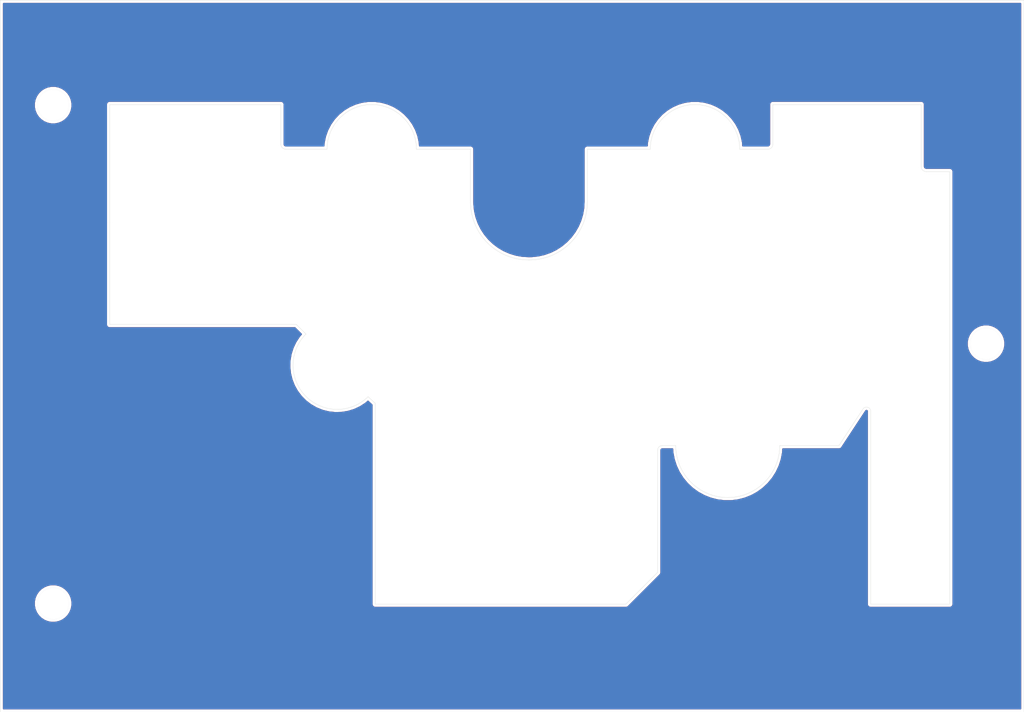
<source format=kicad_pcb>
(kicad_pcb (version 20171130) (host pcbnew "(5.1.5-0-10_14)")

  (general
    (thickness 1.6)
    (drawings 53)
    (tracks 0)
    (zones 0)
    (modules 0)
    (nets 1)
  )

  (page A4)
  (layers
    (0 F.Cu signal)
    (31 B.Cu signal)
    (32 B.Adhes user)
    (33 F.Adhes user)
    (34 B.Paste user)
    (35 F.Paste user)
    (36 B.SilkS user)
    (37 F.SilkS user)
    (38 B.Mask user)
    (39 F.Mask user)
    (40 Dwgs.User user)
    (41 Cmts.User user)
    (42 Eco1.User user)
    (43 Eco2.User user)
    (44 Edge.Cuts user)
    (45 Margin user)
    (46 B.CrtYd user)
    (47 F.CrtYd user)
    (48 B.Fab user)
    (49 F.Fab user)
  )

  (setup
    (last_trace_width 0.25)
    (trace_clearance 0.2)
    (zone_clearance 0.508)
    (zone_45_only no)
    (trace_min 0.1)
    (via_size 0.8)
    (via_drill 0.4)
    (via_min_size 0.6)
    (via_min_drill 0.3)
    (uvia_size 0.3)
    (uvia_drill 0.1)
    (uvias_allowed no)
    (uvia_min_size 0.2)
    (uvia_min_drill 0.1)
    (edge_width 0.05)
    (segment_width 0.2)
    (pcb_text_width 0.3)
    (pcb_text_size 1.5 1.5)
    (mod_edge_width 0.12)
    (mod_text_size 1 1)
    (mod_text_width 0.15)
    (pad_size 1.524 1.524)
    (pad_drill 0.762)
    (pad_to_mask_clearance 0.051)
    (solder_mask_min_width 0.25)
    (aux_axis_origin 0 0)
    (visible_elements FFFFFF7F)
    (pcbplotparams
      (layerselection 0x010fc_ffffffff)
      (usegerberextensions false)
      (usegerberattributes false)
      (usegerberadvancedattributes false)
      (creategerberjobfile false)
      (excludeedgelayer true)
      (linewidth 0.050000)
      (plotframeref false)
      (viasonmask false)
      (mode 1)
      (useauxorigin true)
      (hpglpennumber 1)
      (hpglpenspeed 20)
      (hpglpendiameter 15.000000)
      (psnegative false)
      (psa4output false)
      (plotreference true)
      (plotvalue true)
      (plotinvisibletext false)
      (padsonsilk false)
      (subtractmaskfromsilk false)
      (outputformat 1)
      (mirror false)
      (drillshape 0)
      (scaleselection 1)
      (outputdirectory "Gerbers-Neg-Rev.B/"))
  )

  (net 0 "")

  (net_class Default "This is the default net class."
    (clearance 0.2)
    (trace_width 0.25)
    (via_dia 0.8)
    (via_drill 0.4)
    (uvia_dia 0.3)
    (uvia_drill 0.1)
  )

  (net_class "6V Power" ""
    (clearance 0.5)
    (trace_width 2)
    (via_dia 2)
    (via_drill 1)
    (uvia_dia 0.3)
    (uvia_drill 0.1)
  )

  (net_class LED ""
    (clearance 0.5)
    (trace_width 2)
    (via_dia 2)
    (via_drill 1)
    (uvia_dia 0.3)
    (uvia_drill 0.1)
  )

  (gr_text Bottom (at 149.5 149) (layer B.Mask)
    (effects (font (size 3 3) (thickness 0.5)) (justify mirror))
  )
  (gr_text "Erno\nCrystal Counter Controller" (at 87 148.2) (layer F.Mask)
    (effects (font (size 3 3) (thickness 0.6)))
  )
  (gr_arc (start 214.7 101.1) (end 215.5 101) (angle -137.3373059) (layer Edge.Cuts) (width 0.05))
  (gr_arc (start 226.2 54) (end 225.2 54) (angle -90) (layer Edge.Cuts) (width 0.05) (tstamp 5E22FC4C))
  (gr_arc (start 195.7 49.7) (end 195.7 50.7) (angle -90) (layer Edge.Cuts) (width 0.05) (tstamp 5E22FC2D))
  (gr_arc (start 103 49.7) (end 102 49.7) (angle -90) (layer Edge.Cuts) (width 0.05))
  (gr_circle (center 237.7 88.1) (end 240.7 88.1) (layer Edge.Cuts) (width 0.01) (tstamp 5E22F36C))
  (gr_circle (center 58.2 138.1) (end 61.2 138.1) (layer Edge.Cuts) (width 0.01) (tstamp 5E233A7B))
  (gr_circle (center 58.2 42.2) (end 61.2 42.2) (layer Edge.Cuts) (width 0.01))
  (gr_line (start 48 22) (end 69 22) (layer Edge.Cuts) (width 0.05))
  (gr_line (start 48 159) (end 48 22) (layer Edge.Cuts) (width 0.05))
  (gr_line (start 245 159) (end 48 159) (layer Edge.Cuts) (width 0.05))
  (gr_line (start 245 22) (end 245 159) (layer Edge.Cuts) (width 0.05))
  (gr_line (start 69 22) (end 245 22) (layer Edge.Cuts) (width 0.05))
  (gr_line (start 118.8 98.3) (end 120.2 99.6) (layer Edge.Cuts) (width 0.05) (tstamp 5E224F02))
  (gr_arc (start 112.853331 92.247141) (end 106.853332 86.247142) (angle -179.4929709) (layer Edge.Cuts) (width 0.05))
  (gr_line (start 128.1 50.7) (end 138.5 50.7) (layer Edge.Cuts) (width 0.05) (tstamp 5E224EBD))
  (gr_arc (start 119.5 50.7) (end 128.1 50.7) (angle -180) (layer Edge.Cuts) (width 0.05) (tstamp 5E224E84))
  (gr_line (start 190.3 50.7) (end 195.7 50.7) (layer Edge.Cuts) (width 0.05) (tstamp 5E224E4E))
  (gr_arc (start 181.7 50.7) (end 190.3 50.7) (angle -180) (layer Edge.Cuts) (width 0.05))
  (gr_line (start 178 107.7) (end 175.4 107.7) (layer Edge.Cuts) (width 0.05) (tstamp 5E224DFF))
  (gr_arc (start 188 107.7) (end 178 107.7) (angle -180) (layer Edge.Cuts) (width 0.05))
  (gr_line (start 161 58.1) (end 161 60.8) (layer Edge.Cuts) (width 0.05) (tstamp 5E224B9C))
  (gr_line (start 149.7 72) (end 149.8 72) (layer Edge.Cuts) (width 0.05) (tstamp 5E224B8E))
  (gr_arc (start 149.8 60.8) (end 149.8 72) (angle -90) (layer Edge.Cuts) (width 0.05) (tstamp 5E224B7D))
  (gr_arc (start 149.7 60.8) (end 138.5 60.8) (angle -90) (layer Edge.Cuts) (width 0.05))
  (gr_line (start 161 50.7) (end 161 58.1) (layer Edge.Cuts) (width 0.05))
  (gr_line (start 173.1 50.7) (end 161 50.7) (layer Edge.Cuts) (width 0.05))
  (gr_line (start 196.7 42.1) (end 196.7 49.7) (layer Edge.Cuts) (width 0.05))
  (gr_line (start 225.2 42.1) (end 196.7 42.1) (layer Edge.Cuts) (width 0.05))
  (gr_line (start 225.2 54) (end 225.2 42.1) (layer Edge.Cuts) (width 0.05))
  (gr_line (start 230.7 55) (end 226.2 55) (layer Edge.Cuts) (width 0.05))
  (gr_line (start 230.7 65.4) (end 230.7 55) (layer Edge.Cuts) (width 0.05))
  (gr_line (start 230.7 138.2) (end 230.7 65.4) (layer Edge.Cuts) (width 0.05))
  (gr_line (start 215.5 138.2) (end 230.7 138.2) (layer Edge.Cuts) (width 0.05))
  (gr_line (start 215.5 101) (end 215.5 138.2) (layer Edge.Cuts) (width 0.05))
  (gr_line (start 209.4 107.7) (end 214.043947 100.631391) (layer Edge.Cuts) (width 0.05))
  (gr_line (start 198 107.7) (end 209.4 107.7) (layer Edge.Cuts) (width 0.05))
  (gr_line (start 174.5 132.1) (end 174.5 108.6) (layer Edge.Cuts) (width 0.05))
  (gr_line (start 168.4 138.2) (end 174.5 132.1) (layer Edge.Cuts) (width 0.05))
  (gr_line (start 120.2 138.2) (end 168.4 138.2) (layer Edge.Cuts) (width 0.05))
  (gr_line (start 120.2 107.8) (end 120.2 138.2) (layer Edge.Cuts) (width 0.05))
  (gr_line (start 120.2 99.6) (end 120.2 107.8) (layer Edge.Cuts) (width 0.05))
  (gr_line (start 105 84.4) (end 106.853332 86.247142) (layer Edge.Cuts) (width 0.05))
  (gr_line (start 104.9 84.4) (end 105 84.4) (layer Edge.Cuts) (width 0.05))
  (gr_line (start 69.1 84.4) (end 104.9 84.4) (layer Edge.Cuts) (width 0.05))
  (gr_line (start 69.1 64.8) (end 69.1 84.4) (layer Edge.Cuts) (width 0.05))
  (gr_line (start 69.1 42.1) (end 69.1 64.8) (layer Edge.Cuts) (width 0.05))
  (gr_line (start 138.5 50.7) (end 138.5 60.8) (layer Edge.Cuts) (width 0.05))
  (gr_line (start 103 50.7) (end 110.9 50.7) (layer Edge.Cuts) (width 0.05))
  (gr_line (start 102 42.1) (end 102 49.7) (layer Edge.Cuts) (width 0.05))
  (gr_line (start 69.1 42.1) (end 102 42.1) (layer Edge.Cuts) (width 0.05))
  (gr_arc (start 175.4 108.6) (end 175.4 107.7) (angle -90) (layer Edge.Cuts) (width 0.05))

  (zone (net 0) (net_name "") (layer F.Cu) (tstamp 5E22FE23) (hatch edge 0.508)
    (connect_pads (clearance 0.508))
    (min_thickness 0.254)
    (fill yes (arc_segments 32) (thermal_gap 0.508) (thermal_bridge_width 0.508))
    (polygon
      (pts
        (xy 245 159) (xy 48 159) (xy 48 22) (xy 245 22)
      )
    )
    (filled_polygon
      (pts
        (xy 244.340001 158.34) (xy 48.66 158.34) (xy 48.66 137.741257) (xy 54.557624 137.741257) (xy 54.557624 138.458743)
        (xy 54.697598 139.162442) (xy 54.972168 139.825312) (xy 55.370782 140.421879) (xy 55.878121 140.929218) (xy 56.474688 141.327832)
        (xy 57.137558 141.602402) (xy 57.841257 141.742376) (xy 58.558743 141.742376) (xy 59.262442 141.602402) (xy 59.925312 141.327832)
        (xy 60.521879 140.929218) (xy 61.029218 140.421879) (xy 61.427832 139.825312) (xy 61.702402 139.162442) (xy 61.842376 138.458743)
        (xy 61.842376 137.741257) (xy 61.702402 137.037558) (xy 61.427832 136.374688) (xy 61.029218 135.778121) (xy 60.521879 135.270782)
        (xy 59.925312 134.872168) (xy 59.262442 134.597598) (xy 58.558743 134.457624) (xy 57.841257 134.457624) (xy 57.137558 134.597598)
        (xy 56.474688 134.872168) (xy 55.878121 135.270782) (xy 55.370782 135.778121) (xy 54.972168 136.374688) (xy 54.697598 137.037558)
        (xy 54.557624 137.741257) (xy 48.66 137.741257) (xy 48.66 41.841257) (xy 54.557624 41.841257) (xy 54.557624 42.558743)
        (xy 54.697598 43.262442) (xy 54.972168 43.925312) (xy 55.370782 44.521879) (xy 55.878121 45.029218) (xy 56.474688 45.427832)
        (xy 57.137558 45.702402) (xy 57.841257 45.842376) (xy 58.558743 45.842376) (xy 59.262442 45.702402) (xy 59.925312 45.427832)
        (xy 60.521879 45.029218) (xy 61.029218 44.521879) (xy 61.427832 43.925312) (xy 61.702402 43.262442) (xy 61.842376 42.558743)
        (xy 61.842376 42.1) (xy 68.436807 42.1) (xy 68.44 42.132419) (xy 68.440001 64.767572) (xy 68.44 64.767582)
        (xy 68.440001 84.367571) (xy 68.436807 84.4) (xy 68.44955 84.529383) (xy 68.48729 84.653793) (xy 68.548575 84.76845)
        (xy 68.631052 84.868948) (xy 68.73155 84.951425) (xy 68.846207 85.01271) (xy 68.970617 85.05045) (xy 69.067581 85.06)
        (xy 69.1 85.063193) (xy 69.132419 85.06) (xy 104.727266 85.06) (xy 105.950042 86.278692) (xy 105.588181 86.694862)
        (xy 105.5632 86.727884) (xy 105.537831 86.760699) (xy 105.534016 86.766462) (xy 104.901868 87.732226) (xy 104.881564 87.768396)
        (xy 104.860919 87.804289) (xy 104.857921 87.810516) (xy 104.362692 88.853137) (xy 104.347489 88.891718) (xy 104.331903 88.930089)
        (xy 104.329783 88.936652) (xy 104.329777 88.936666) (xy 104.329774 88.93668) (xy 103.98063 90.036851) (xy 103.970818 90.077076)
        (xy 103.960568 90.11727) (xy 103.959359 90.124055) (xy 103.959355 90.124073) (xy 103.959353 90.12409) (xy 103.762751 91.261464)
        (xy 103.758491 91.30264) (xy 103.753789 91.343862) (xy 103.753511 91.350768) (xy 103.713087 92.504318) (xy 103.714456 92.545755)
        (xy 103.715391 92.587169) (xy 103.716051 92.594033) (xy 103.716052 92.594049) (xy 103.716054 92.594063) (xy 103.832557 93.742412)
        (xy 103.839531 93.783245) (xy 103.846083 93.824184) (xy 103.847669 93.830895) (xy 103.847672 93.83091) (xy 103.847676 93.830924)
        (xy 104.11895 94.952836) (xy 104.131396 94.992328) (xy 104.143449 95.032016) (xy 104.145932 95.03845) (xy 104.145936 95.038464)
        (xy 104.145942 95.038476) (xy 104.566967 96.113195) (xy 104.584653 96.150623) (xy 104.601985 96.188317) (xy 104.605325 96.194368)
        (xy 105.168317 97.202014) (xy 105.190939 97.236726) (xy 105.213207 97.271689) (xy 105.217332 97.277223) (xy 105.217337 97.277231)
        (xy 105.217343 97.277238) (xy 105.911873 98.199146) (xy 105.938985 98.230453) (xy 105.965803 98.262084) (xy 105.970647 98.267014)
        (xy 106.783876 99.086142) (xy 106.814986 99.113479) (xy 106.84585 99.141179) (xy 106.851318 99.145406) (xy 107.768191 99.846586)
        (xy 107.802741 99.86946) (xy 107.83706 99.892702) (xy 107.843051 99.896148) (xy 108.846603 100.466407) (xy 108.883932 100.484378)
        (xy 108.921094 100.50275) (xy 108.927484 100.505345) (xy 108.927497 100.505351) (xy 108.92751 100.505355) (xy 109.999156 100.934137)
        (xy 110.038614 100.946887) (xy 110.077891 100.960034) (xy 110.084587 100.961742) (xy 111.204525 101.241119) (xy 111.245307 101.248389)
        (xy 111.286044 101.256091) (xy 111.292911 101.256874) (xy 112.440402 101.381674) (xy 112.481799 101.383342) (xy 112.5232 101.385444)
        (xy 112.530109 101.385288) (xy 113.68392 101.353201) (xy 113.725178 101.349233) (xy 113.766464 101.345699) (xy 113.773288 101.344607)
        (xy 114.91207 101.156226) (xy 114.952421 101.146693) (xy 114.992832 101.137591) (xy 114.999445 101.135583) (xy 116.102124 100.794395)
        (xy 116.140789 100.779481) (xy 116.17961 100.764972) (xy 116.185881 100.762088) (xy 116.185888 100.762085) (xy 116.185894 100.762082)
        (xy 117.232061 100.274402) (xy 117.268311 100.254397) (xy 117.304836 100.234736) (xy 117.310665 100.231023) (xy 118.280972 99.605872)
        (xy 118.314218 99.581098) (xy 118.347691 99.556695) (xy 118.352963 99.552226) (xy 118.782358 99.184281) (xy 119.54 99.887806)
        (xy 119.540001 107.767572) (xy 119.54 107.767582) (xy 119.540001 138.167571) (xy 119.536807 138.2) (xy 119.54955 138.329383)
        (xy 119.58729 138.453793) (xy 119.648575 138.56845) (xy 119.731052 138.668948) (xy 119.83155 138.751425) (xy 119.946207 138.81271)
        (xy 120.070617 138.85045) (xy 120.167581 138.86) (xy 120.2 138.863193) (xy 120.232419 138.86) (xy 168.367591 138.86)
        (xy 168.4 138.863192) (xy 168.432409 138.86) (xy 168.432419 138.86) (xy 168.529383 138.85045) (xy 168.653793 138.81271)
        (xy 168.76845 138.751425) (xy 168.868948 138.668948) (xy 168.889616 138.643764) (xy 174.94377 132.589611) (xy 174.968948 132.568948)
        (xy 175.051425 132.46845) (xy 175.11271 132.353793) (xy 175.15045 132.229383) (xy 175.16 132.132419) (xy 175.16 132.132412)
        (xy 175.163192 132.1) (xy 175.16 132.067588) (xy 175.16 108.632276) (xy 175.167675 108.554001) (xy 175.181035 108.50975)
        (xy 175.202736 108.468937) (xy 175.231949 108.433117) (xy 175.267566 108.403653) (xy 175.30822 108.381672) (xy 175.352377 108.368003)
        (xy 175.428518 108.36) (xy 177.380218 108.36) (xy 177.420155 108.994773) (xy 177.430543 109.077003) (xy 177.665858 110.310571)
        (xy 177.68647 110.39085) (xy 177.686476 110.390864) (xy 178.074533 111.585182) (xy 178.074537 111.585197) (xy 178.105049 111.66226)
        (xy 178.639747 112.798551) (xy 178.679676 112.871183) (xy 178.679684 112.871194) (xy 179.352567 113.931487) (xy 179.352573 113.931499)
        (xy 179.401291 113.998553) (xy 180.201775 114.966171) (xy 180.258513 115.026591) (xy 180.258522 115.026598) (xy 181.173959 115.886251)
        (xy 181.237822 115.939084) (xy 181.237833 115.939091) (xy 182.253786 116.677224) (xy 182.253793 116.67723) (xy 182.298205 116.705415)
        (xy 182.323775 116.721642) (xy 182.323781 116.721645) (xy 183.424238 117.326627) (xy 183.42425 117.326634) (xy 183.499245 117.361924)
        (xy 184.666862 117.824216) (xy 184.666867 117.824218) (xy 184.745694 117.84983) (xy 185.962052 118.162138) (xy 186.043467 118.177669)
        (xy 187.289375 118.335063) (xy 187.372095 118.340267) (xy 188.627905 118.340267) (xy 188.710625 118.335063) (xy 189.956531 118.177669)
        (xy 189.956533 118.177669) (xy 190.037949 118.162138) (xy 191.254306 117.84983) (xy 191.333133 117.824218) (xy 191.333138 117.824216)
        (xy 192.50075 117.361926) (xy 192.500756 117.361924) (xy 192.536046 117.345317) (xy 192.57575 117.326634) (xy 192.575755 117.326631)
        (xy 193.676213 116.721648) (xy 193.676226 116.721642) (xy 193.719037 116.694472) (xy 193.746207 116.67723) (xy 193.746214 116.677224)
        (xy 194.762179 115.939083) (xy 194.826042 115.886251) (xy 194.826049 115.886243) (xy 195.741478 115.026598) (xy 195.741487 115.026591)
        (xy 195.798225 114.966171) (xy 196.598701 113.998562) (xy 196.598709 113.998553) (xy 196.647426 113.931499) (xy 197.320319 112.87119)
        (xy 197.320324 112.871183) (xy 197.360253 112.798551) (xy 197.894951 111.662261) (xy 197.925463 111.585197) (xy 197.925467 111.585182)
        (xy 198.313524 110.390864) (xy 198.31353 110.39085) (xy 198.334142 110.31057) (xy 198.569457 109.077003) (xy 198.579845 108.994773)
        (xy 198.619782 108.36) (xy 209.370164 108.36) (xy 209.405159 108.363172) (xy 209.467135 108.356581) (xy 209.529383 108.35045)
        (xy 209.531867 108.349697) (xy 209.534439 108.349423) (xy 209.59401 108.330845) (xy 209.653793 108.31271) (xy 209.656077 108.311489)
        (xy 209.658553 108.310717) (xy 209.713374 108.280863) (xy 209.76845 108.251425) (xy 209.770456 108.249779) (xy 209.772729 108.248541)
        (xy 209.820678 108.208562) (xy 209.868948 108.168948) (xy 209.870593 108.166943) (xy 209.872582 108.165285) (xy 209.911778 108.11676)
        (xy 209.951425 108.06845) (xy 209.967996 108.037447) (xy 214.570738 101.031557) (xy 214.601953 100.995821) (xy 214.624059 100.978759)
        (xy 214.649054 100.966318) (xy 214.675986 100.958969) (xy 214.703839 100.956991) (xy 214.731541 100.96046) (xy 214.758046 100.969245)
        (xy 214.782339 100.98301) (xy 214.803491 101.001228) (xy 214.820709 101.023216) (xy 214.833322 101.048119) (xy 214.84 101.071936)
        (xy 214.840001 138.167571) (xy 214.836807 138.2) (xy 214.84955 138.329383) (xy 214.88729 138.453793) (xy 214.948575 138.56845)
        (xy 215.031052 138.668948) (xy 215.13155 138.751425) (xy 215.246207 138.81271) (xy 215.370617 138.85045) (xy 215.467581 138.86)
        (xy 215.5 138.863193) (xy 215.532419 138.86) (xy 230.667581 138.86) (xy 230.7 138.863193) (xy 230.732419 138.86)
        (xy 230.829383 138.85045) (xy 230.953793 138.81271) (xy 231.06845 138.751425) (xy 231.168948 138.668948) (xy 231.251425 138.56845)
        (xy 231.31271 138.453793) (xy 231.35045 138.329383) (xy 231.363193 138.2) (xy 231.36 138.167581) (xy 231.36 87.741257)
        (xy 234.057624 87.741257) (xy 234.057624 88.458743) (xy 234.197598 89.162442) (xy 234.472168 89.825312) (xy 234.870782 90.421879)
        (xy 235.378121 90.929218) (xy 235.974688 91.327832) (xy 236.637558 91.602402) (xy 237.341257 91.742376) (xy 238.058743 91.742376)
        (xy 238.762442 91.602402) (xy 239.425312 91.327832) (xy 240.021879 90.929218) (xy 240.529218 90.421879) (xy 240.927832 89.825312)
        (xy 241.202402 89.162442) (xy 241.342376 88.458743) (xy 241.342376 87.741257) (xy 241.202402 87.037558) (xy 240.927832 86.374688)
        (xy 240.529218 85.778121) (xy 240.021879 85.270782) (xy 239.425312 84.872168) (xy 238.762442 84.597598) (xy 238.058743 84.457624)
        (xy 237.341257 84.457624) (xy 236.637558 84.597598) (xy 235.974688 84.872168) (xy 235.378121 85.270782) (xy 234.870782 85.778121)
        (xy 234.472168 86.374688) (xy 234.197598 87.037558) (xy 234.057624 87.741257) (xy 231.36 87.741257) (xy 231.36 55.032419)
        (xy 231.363193 55) (xy 231.35045 54.870617) (xy 231.31271 54.746207) (xy 231.251425 54.63155) (xy 231.168948 54.531052)
        (xy 231.06845 54.448575) (xy 230.953793 54.38729) (xy 230.829383 54.34955) (xy 230.732419 54.34) (xy 230.7 54.336807)
        (xy 230.667581 54.34) (xy 226.232279 54.34) (xy 226.134576 54.33042) (xy 226.071643 54.31142) (xy 226.013594 54.280554)
        (xy 225.962657 54.239011) (xy 225.920752 54.188356) (xy 225.889485 54.130529) (xy 225.870044 54.067728) (xy 225.86 53.972165)
        (xy 225.86 42.132419) (xy 225.863193 42.1) (xy 225.85045 41.970617) (xy 225.81271 41.846207) (xy 225.751425 41.73155)
        (xy 225.668948 41.631052) (xy 225.56845 41.548575) (xy 225.453793 41.48729) (xy 225.329383 41.44955) (xy 225.232419 41.44)
        (xy 225.2 41.436807) (xy 225.167581 41.44) (xy 196.732419 41.44) (xy 196.7 41.436807) (xy 196.667581 41.44)
        (xy 196.570617 41.44955) (xy 196.446207 41.48729) (xy 196.33155 41.548575) (xy 196.231052 41.631052) (xy 196.148575 41.73155)
        (xy 196.08729 41.846207) (xy 196.04955 41.970617) (xy 196.036807 42.1) (xy 196.04 42.132419) (xy 196.040001 49.667711)
        (xy 196.03042 49.765424) (xy 196.01142 49.828357) (xy 195.980554 49.886406) (xy 195.939011 49.937343) (xy 195.888356 49.979248)
        (xy 195.830529 50.010515) (xy 195.767728 50.029956) (xy 195.672165 50.04) (xy 190.916713 50.04) (xy 190.865707 49.391903)
        (xy 190.859653 49.350904) (xy 190.854029 49.309846) (xy 190.852595 49.303101) (xy 190.852593 49.303086) (xy 190.852589 49.303072)
        (xy 190.603376 48.160076) (xy 190.591815 48.120282) (xy 190.58067 48.080363) (xy 190.578333 48.073875) (xy 190.578329 48.073861)
        (xy 190.578323 48.073848) (xy 190.176293 46.975249) (xy 190.159431 46.937377) (xy 190.142978 46.899356) (xy 190.139783 46.893244)
        (xy 190.139777 46.893231) (xy 190.13977 46.89322) (xy 189.592362 45.859346) (xy 189.570497 45.824081) (xy 189.549055 45.788676)
        (xy 189.545052 45.783042) (xy 188.862389 44.833017) (xy 188.835953 44.801061) (xy 188.809892 44.768878) (xy 188.805169 44.763849)
        (xy 188.805162 44.76384) (xy 188.805154 44.763833) (xy 187.99988 43.915251) (xy 187.969362 43.887188) (xy 187.939164 43.85883)
        (xy 187.933801 43.854488) (xy 187.933794 43.854481) (xy 187.933786 43.854476) (xy 187.020797 43.123033) (xy 186.986795 43.0994)
        (xy 186.952986 43.075374) (xy 186.947082 43.071799) (xy 186.947075 43.071794) (xy 186.947068 43.071791) (xy 185.943255 42.471021)
        (xy 185.906377 42.452231) (xy 185.869603 42.433006) (xy 185.863261 42.430262) (xy 184.787196 41.971281) (xy 184.74811 41.95767)
        (xy 184.709066 41.943613) (xy 184.702414 41.941756) (xy 184.702406 41.941754) (xy 183.574009 41.63306) (xy 183.5334 41.624872)
        (xy 183.492847 41.616252) (xy 183.486003 41.615314) (xy 183.485999 41.615314) (xy 182.326145 41.462616) (xy 182.284782 41.460014)
        (xy 182.243454 41.456979) (xy 182.236542 41.456979) (xy 181.066696 41.463104) (xy 181.025374 41.466138) (xy 180.984004 41.468741)
        (xy 180.977157 41.469679) (xy 179.818964 41.634515) (xy 179.778403 41.643136) (xy 179.737802 41.651323) (xy 179.731161 41.653178)
        (xy 179.731146 41.653181) (xy 179.731133 41.653186) (xy 178.606041 41.973676) (xy 178.567043 41.987716) (xy 178.527911 42.001343)
        (xy 178.521577 42.004084) (xy 178.521569 42.004087) (xy 178.521562 42.00409) (xy 177.450368 42.474312) (xy 177.413654 42.493506)
        (xy 177.376716 42.512326) (xy 177.370817 42.5159) (xy 177.370805 42.515906) (xy 177.370795 42.515913) (xy 176.373333 43.127159)
        (xy 176.339583 43.151143) (xy 176.305521 43.174817) (xy 176.300161 43.179159) (xy 176.300151 43.179166) (xy 176.300143 43.179174)
        (xy 175.394864 43.920136) (xy 175.364697 43.948464) (xy 175.334147 43.976556) (xy 175.329417 43.981594) (xy 174.533067 44.838569)
        (xy 174.506967 44.8708) (xy 174.48057 44.902708) (xy 174.476572 44.908334) (xy 174.476566 44.908341) (xy 174.476562 44.908348)
        (xy 173.803888 45.865464) (xy 173.782417 45.900918) (xy 173.760582 45.936134) (xy 173.75738 45.942259) (xy 173.220823 46.981819)
        (xy 173.204364 47.019851) (xy 173.187507 47.057714) (xy 173.185166 47.064216) (xy 172.794659 48.166978) (xy 172.783523 48.206861)
        (xy 172.771952 48.246691) (xy 172.770515 48.253451) (xy 172.533282 49.399007) (xy 172.52766 49.44005) (xy 172.521603 49.481063)
        (xy 172.521097 49.487956) (xy 172.483462 50.04) (xy 161.032419 50.04) (xy 161 50.036807) (xy 160.954432 50.041295)
        (xy 160.870617 50.04955) (xy 160.746207 50.08729) (xy 160.63155 50.148575) (xy 160.531052 50.231052) (xy 160.448575 50.33155)
        (xy 160.38729 50.446207) (xy 160.34955 50.570617) (xy 160.336807 50.7) (xy 160.34 50.732419) (xy 160.340001 58.067572)
        (xy 160.34 58.067582) (xy 160.340001 60.780686) (xy 160.266897 62.029575) (xy 160.051959 63.242363) (xy 159.696993 64.421784)
        (xy 159.206847 65.551739) (xy 158.588214 66.616793) (xy 157.849547 67.602395) (xy 157.000932 68.495087) (xy 156.05397 69.282668)
        (xy 155.021574 69.954395) (xy 153.917861 70.501083) (xy 152.757912 70.915263) (xy 151.557556 71.191285) (xy 150.322293 71.326568)
        (xy 149.791635 71.34) (xy 149.719298 71.34) (xy 148.470425 71.266897) (xy 147.257637 71.051959) (xy 146.078216 70.696993)
        (xy 144.948261 70.206847) (xy 143.883207 69.588214) (xy 142.897605 68.849547) (xy 142.004913 68.000932) (xy 141.217332 67.05397)
        (xy 140.545605 66.021574) (xy 139.998917 64.917861) (xy 139.584737 63.757912) (xy 139.308715 62.557556) (xy 139.173432 61.322293)
        (xy 139.16 60.791635) (xy 139.16 50.732419) (xy 139.163193 50.7) (xy 139.15045 50.570617) (xy 139.11271 50.446207)
        (xy 139.051425 50.33155) (xy 138.968948 50.231052) (xy 138.86845 50.148575) (xy 138.753793 50.08729) (xy 138.629383 50.04955)
        (xy 138.532419 50.04) (xy 138.5 50.036807) (xy 138.467581 50.04) (xy 128.716713 50.04) (xy 128.665707 49.391903)
        (xy 128.659653 49.350904) (xy 128.654029 49.309846) (xy 128.652595 49.303101) (xy 128.652593 49.303086) (xy 128.652589 49.303072)
        (xy 128.403376 48.160076) (xy 128.391815 48.120282) (xy 128.38067 48.080363) (xy 128.378333 48.073875) (xy 128.378329 48.073861)
        (xy 128.378323 48.073848) (xy 127.976293 46.975249) (xy 127.959431 46.937377) (xy 127.942978 46.899356) (xy 127.939783 46.893244)
        (xy 127.939777 46.893231) (xy 127.93977 46.89322) (xy 127.392362 45.859346) (xy 127.370497 45.824081) (xy 127.349055 45.788676)
        (xy 127.345052 45.783042) (xy 126.662389 44.833017) (xy 126.635953 44.801061) (xy 126.609892 44.768878) (xy 126.605169 44.763849)
        (xy 126.605162 44.76384) (xy 126.605154 44.763833) (xy 125.79988 43.915251) (xy 125.769362 43.887188) (xy 125.739164 43.85883)
        (xy 125.733801 43.854488) (xy 125.733794 43.854481) (xy 125.733786 43.854476) (xy 124.820797 43.123033) (xy 124.786795 43.0994)
        (xy 124.752986 43.075374) (xy 124.747082 43.071799) (xy 124.747075 43.071794) (xy 124.747068 43.071791) (xy 123.743255 42.471021)
        (xy 123.706377 42.452231) (xy 123.669603 42.433006) (xy 123.663261 42.430262) (xy 122.587196 41.971281) (xy 122.54811 41.95767)
        (xy 122.509066 41.943613) (xy 122.502414 41.941756) (xy 122.502406 41.941754) (xy 121.374009 41.63306) (xy 121.3334 41.624872)
        (xy 121.292847 41.616252) (xy 121.286003 41.615314) (xy 121.285999 41.615314) (xy 120.126145 41.462616) (xy 120.084782 41.460014)
        (xy 120.043454 41.456979) (xy 120.036542 41.456979) (xy 118.866696 41.463104) (xy 118.825374 41.466138) (xy 118.784004 41.468741)
        (xy 118.777157 41.469679) (xy 117.618964 41.634515) (xy 117.578403 41.643136) (xy 117.537802 41.651323) (xy 117.531161 41.653178)
        (xy 117.531146 41.653181) (xy 117.531133 41.653186) (xy 116.406041 41.973676) (xy 116.367043 41.987716) (xy 116.327911 42.001343)
        (xy 116.321577 42.004084) (xy 116.321569 42.004087) (xy 116.321562 42.00409) (xy 115.250368 42.474312) (xy 115.213654 42.493506)
        (xy 115.176716 42.512326) (xy 115.170817 42.5159) (xy 115.170805 42.515906) (xy 115.170795 42.515913) (xy 114.173333 43.127159)
        (xy 114.139583 43.151143) (xy 114.105521 43.174817) (xy 114.100161 43.179159) (xy 114.100151 43.179166) (xy 114.100143 43.179174)
        (xy 113.194864 43.920136) (xy 113.164697 43.948464) (xy 113.134147 43.976556) (xy 113.129417 43.981594) (xy 112.333067 44.838569)
        (xy 112.306967 44.8708) (xy 112.28057 44.902708) (xy 112.276572 44.908334) (xy 112.276566 44.908341) (xy 112.276562 44.908348)
        (xy 111.603888 45.865464) (xy 111.582417 45.900918) (xy 111.560582 45.936134) (xy 111.55738 45.942259) (xy 111.020823 46.981819)
        (xy 111.004364 47.019851) (xy 110.987507 47.057714) (xy 110.985166 47.064216) (xy 110.594659 48.166978) (xy 110.583523 48.206861)
        (xy 110.571952 48.246691) (xy 110.570515 48.253451) (xy 110.333282 49.399007) (xy 110.32766 49.44005) (xy 110.321603 49.481063)
        (xy 110.321097 49.487956) (xy 110.283462 50.04) (xy 103.032279 50.04) (xy 102.934576 50.03042) (xy 102.871643 50.01142)
        (xy 102.813594 49.980554) (xy 102.762657 49.939011) (xy 102.720752 49.888356) (xy 102.689485 49.830529) (xy 102.670044 49.767728)
        (xy 102.66 49.672165) (xy 102.66 42.132419) (xy 102.663193 42.1) (xy 102.65045 41.970617) (xy 102.61271 41.846207)
        (xy 102.551425 41.73155) (xy 102.468948 41.631052) (xy 102.36845 41.548575) (xy 102.253793 41.48729) (xy 102.129383 41.44955)
        (xy 102.032419 41.44) (xy 102 41.436807) (xy 101.967581 41.44) (xy 69.132419 41.44) (xy 69.1 41.436807)
        (xy 69.067581 41.44) (xy 68.970617 41.44955) (xy 68.846207 41.48729) (xy 68.73155 41.548575) (xy 68.631052 41.631052)
        (xy 68.548575 41.73155) (xy 68.48729 41.846207) (xy 68.44955 41.970617) (xy 68.436807 42.1) (xy 61.842376 42.1)
        (xy 61.842376 41.841257) (xy 61.702402 41.137558) (xy 61.427832 40.474688) (xy 61.029218 39.878121) (xy 60.521879 39.370782)
        (xy 59.925312 38.972168) (xy 59.262442 38.697598) (xy 58.558743 38.557624) (xy 57.841257 38.557624) (xy 57.137558 38.697598)
        (xy 56.474688 38.972168) (xy 55.878121 39.370782) (xy 55.370782 39.878121) (xy 54.972168 40.474688) (xy 54.697598 41.137558)
        (xy 54.557624 41.841257) (xy 48.66 41.841257) (xy 48.66 22.66) (xy 244.34 22.66)
      )
    )
  )
  (zone (net 0) (net_name "") (layer B.Cu) (tstamp 5E22FE20) (hatch edge 0.508)
    (connect_pads (clearance 0.508))
    (min_thickness 0.254)
    (fill yes (arc_segments 32) (thermal_gap 0.508) (thermal_bridge_width 0.508))
    (polygon
      (pts
        (xy 245 159) (xy 48 159) (xy 48 22) (xy 245 22)
      )
    )
    (filled_polygon
      (pts
        (xy 244.340001 158.34) (xy 48.66 158.34) (xy 48.66 137.741257) (xy 54.557624 137.741257) (xy 54.557624 138.458743)
        (xy 54.697598 139.162442) (xy 54.972168 139.825312) (xy 55.370782 140.421879) (xy 55.878121 140.929218) (xy 56.474688 141.327832)
        (xy 57.137558 141.602402) (xy 57.841257 141.742376) (xy 58.558743 141.742376) (xy 59.262442 141.602402) (xy 59.925312 141.327832)
        (xy 60.521879 140.929218) (xy 61.029218 140.421879) (xy 61.427832 139.825312) (xy 61.702402 139.162442) (xy 61.842376 138.458743)
        (xy 61.842376 137.741257) (xy 61.702402 137.037558) (xy 61.427832 136.374688) (xy 61.029218 135.778121) (xy 60.521879 135.270782)
        (xy 59.925312 134.872168) (xy 59.262442 134.597598) (xy 58.558743 134.457624) (xy 57.841257 134.457624) (xy 57.137558 134.597598)
        (xy 56.474688 134.872168) (xy 55.878121 135.270782) (xy 55.370782 135.778121) (xy 54.972168 136.374688) (xy 54.697598 137.037558)
        (xy 54.557624 137.741257) (xy 48.66 137.741257) (xy 48.66 41.841257) (xy 54.557624 41.841257) (xy 54.557624 42.558743)
        (xy 54.697598 43.262442) (xy 54.972168 43.925312) (xy 55.370782 44.521879) (xy 55.878121 45.029218) (xy 56.474688 45.427832)
        (xy 57.137558 45.702402) (xy 57.841257 45.842376) (xy 58.558743 45.842376) (xy 59.262442 45.702402) (xy 59.925312 45.427832)
        (xy 60.521879 45.029218) (xy 61.029218 44.521879) (xy 61.427832 43.925312) (xy 61.702402 43.262442) (xy 61.842376 42.558743)
        (xy 61.842376 42.1) (xy 68.436807 42.1) (xy 68.44 42.132419) (xy 68.440001 64.767572) (xy 68.44 64.767582)
        (xy 68.440001 84.367571) (xy 68.436807 84.4) (xy 68.44955 84.529383) (xy 68.48729 84.653793) (xy 68.548575 84.76845)
        (xy 68.631052 84.868948) (xy 68.73155 84.951425) (xy 68.846207 85.01271) (xy 68.970617 85.05045) (xy 69.067581 85.06)
        (xy 69.1 85.063193) (xy 69.132419 85.06) (xy 104.727266 85.06) (xy 105.950042 86.278692) (xy 105.588181 86.694862)
        (xy 105.5632 86.727884) (xy 105.537831 86.760699) (xy 105.534016 86.766462) (xy 104.901868 87.732226) (xy 104.881564 87.768396)
        (xy 104.860919 87.804289) (xy 104.857921 87.810516) (xy 104.362692 88.853137) (xy 104.347489 88.891718) (xy 104.331903 88.930089)
        (xy 104.329783 88.936652) (xy 104.329777 88.936666) (xy 104.329774 88.93668) (xy 103.98063 90.036851) (xy 103.970818 90.077076)
        (xy 103.960568 90.11727) (xy 103.959359 90.124055) (xy 103.959355 90.124073) (xy 103.959353 90.12409) (xy 103.762751 91.261464)
        (xy 103.758491 91.30264) (xy 103.753789 91.343862) (xy 103.753511 91.350768) (xy 103.713087 92.504318) (xy 103.714456 92.545755)
        (xy 103.715391 92.587169) (xy 103.716051 92.594033) (xy 103.716052 92.594049) (xy 103.716054 92.594063) (xy 103.832557 93.742412)
        (xy 103.839531 93.783245) (xy 103.846083 93.824184) (xy 103.847669 93.830895) (xy 103.847672 93.83091) (xy 103.847676 93.830924)
        (xy 104.11895 94.952836) (xy 104.131396 94.992328) (xy 104.143449 95.032016) (xy 104.145932 95.03845) (xy 104.145936 95.038464)
        (xy 104.145942 95.038476) (xy 104.566967 96.113195) (xy 104.584653 96.150623) (xy 104.601985 96.188317) (xy 104.605325 96.194368)
        (xy 105.168317 97.202014) (xy 105.190939 97.236726) (xy 105.213207 97.271689) (xy 105.217332 97.277223) (xy 105.217337 97.277231)
        (xy 105.217343 97.277238) (xy 105.911873 98.199146) (xy 105.938985 98.230453) (xy 105.965803 98.262084) (xy 105.970647 98.267014)
        (xy 106.783876 99.086142) (xy 106.814986 99.113479) (xy 106.84585 99.141179) (xy 106.851318 99.145406) (xy 107.768191 99.846586)
        (xy 107.802741 99.86946) (xy 107.83706 99.892702) (xy 107.843051 99.896148) (xy 108.846603 100.466407) (xy 108.883932 100.484378)
        (xy 108.921094 100.50275) (xy 108.927484 100.505345) (xy 108.927497 100.505351) (xy 108.92751 100.505355) (xy 109.999156 100.934137)
        (xy 110.038614 100.946887) (xy 110.077891 100.960034) (xy 110.084587 100.961742) (xy 111.204525 101.241119) (xy 111.245307 101.248389)
        (xy 111.286044 101.256091) (xy 111.292911 101.256874) (xy 112.440402 101.381674) (xy 112.481799 101.383342) (xy 112.5232 101.385444)
        (xy 112.530109 101.385288) (xy 113.68392 101.353201) (xy 113.725178 101.349233) (xy 113.766464 101.345699) (xy 113.773288 101.344607)
        (xy 114.91207 101.156226) (xy 114.952421 101.146693) (xy 114.992832 101.137591) (xy 114.999445 101.135583) (xy 116.102124 100.794395)
        (xy 116.140789 100.779481) (xy 116.17961 100.764972) (xy 116.185881 100.762088) (xy 116.185888 100.762085) (xy 116.185894 100.762082)
        (xy 117.232061 100.274402) (xy 117.268311 100.254397) (xy 117.304836 100.234736) (xy 117.310665 100.231023) (xy 118.280972 99.605872)
        (xy 118.314218 99.581098) (xy 118.347691 99.556695) (xy 118.352963 99.552226) (xy 118.782358 99.184281) (xy 119.54 99.887806)
        (xy 119.540001 107.767572) (xy 119.54 107.767582) (xy 119.540001 138.167571) (xy 119.536807 138.2) (xy 119.54955 138.329383)
        (xy 119.58729 138.453793) (xy 119.648575 138.56845) (xy 119.731052 138.668948) (xy 119.83155 138.751425) (xy 119.946207 138.81271)
        (xy 120.070617 138.85045) (xy 120.167581 138.86) (xy 120.2 138.863193) (xy 120.232419 138.86) (xy 168.367591 138.86)
        (xy 168.4 138.863192) (xy 168.432409 138.86) (xy 168.432419 138.86) (xy 168.529383 138.85045) (xy 168.653793 138.81271)
        (xy 168.76845 138.751425) (xy 168.868948 138.668948) (xy 168.889616 138.643764) (xy 174.94377 132.589611) (xy 174.968948 132.568948)
        (xy 175.051425 132.46845) (xy 175.11271 132.353793) (xy 175.15045 132.229383) (xy 175.16 132.132419) (xy 175.16 132.132412)
        (xy 175.163192 132.1) (xy 175.16 132.067588) (xy 175.16 108.632276) (xy 175.167675 108.554001) (xy 175.181035 108.50975)
        (xy 175.202736 108.468937) (xy 175.231949 108.433117) (xy 175.267566 108.403653) (xy 175.30822 108.381672) (xy 175.352377 108.368003)
        (xy 175.428518 108.36) (xy 177.380218 108.36) (xy 177.420155 108.994773) (xy 177.430543 109.077003) (xy 177.665858 110.310571)
        (xy 177.68647 110.39085) (xy 177.686476 110.390864) (xy 178.074533 111.585182) (xy 178.074537 111.585197) (xy 178.105049 111.66226)
        (xy 178.639747 112.798551) (xy 178.679676 112.871183) (xy 178.679684 112.871194) (xy 179.352567 113.931487) (xy 179.352573 113.931499)
        (xy 179.401291 113.998553) (xy 180.201775 114.966171) (xy 180.258513 115.026591) (xy 180.258522 115.026598) (xy 181.173959 115.886251)
        (xy 181.237822 115.939084) (xy 181.237833 115.939091) (xy 182.253786 116.677224) (xy 182.253793 116.67723) (xy 182.298205 116.705415)
        (xy 182.323775 116.721642) (xy 182.323781 116.721645) (xy 183.424238 117.326627) (xy 183.42425 117.326634) (xy 183.499245 117.361924)
        (xy 184.666862 117.824216) (xy 184.666867 117.824218) (xy 184.745694 117.84983) (xy 185.962052 118.162138) (xy 186.043467 118.177669)
        (xy 187.289375 118.335063) (xy 187.372095 118.340267) (xy 188.627905 118.340267) (xy 188.710625 118.335063) (xy 189.956531 118.177669)
        (xy 189.956533 118.177669) (xy 190.037949 118.162138) (xy 191.254306 117.84983) (xy 191.333133 117.824218) (xy 191.333138 117.824216)
        (xy 192.50075 117.361926) (xy 192.500756 117.361924) (xy 192.536046 117.345317) (xy 192.57575 117.326634) (xy 192.575755 117.326631)
        (xy 193.676213 116.721648) (xy 193.676226 116.721642) (xy 193.719037 116.694472) (xy 193.746207 116.67723) (xy 193.746214 116.677224)
        (xy 194.762179 115.939083) (xy 194.826042 115.886251) (xy 194.826049 115.886243) (xy 195.741478 115.026598) (xy 195.741487 115.026591)
        (xy 195.798225 114.966171) (xy 196.598701 113.998562) (xy 196.598709 113.998553) (xy 196.647426 113.931499) (xy 197.320319 112.87119)
        (xy 197.320324 112.871183) (xy 197.360253 112.798551) (xy 197.894951 111.662261) (xy 197.925463 111.585197) (xy 197.925467 111.585182)
        (xy 198.313524 110.390864) (xy 198.31353 110.39085) (xy 198.334142 110.31057) (xy 198.569457 109.077003) (xy 198.579845 108.994773)
        (xy 198.619782 108.36) (xy 209.370164 108.36) (xy 209.405159 108.363172) (xy 209.467135 108.356581) (xy 209.529383 108.35045)
        (xy 209.531867 108.349697) (xy 209.534439 108.349423) (xy 209.59401 108.330845) (xy 209.653793 108.31271) (xy 209.656077 108.311489)
        (xy 209.658553 108.310717) (xy 209.713374 108.280863) (xy 209.76845 108.251425) (xy 209.770456 108.249779) (xy 209.772729 108.248541)
        (xy 209.820678 108.208562) (xy 209.868948 108.168948) (xy 209.870593 108.166943) (xy 209.872582 108.165285) (xy 209.911778 108.11676)
        (xy 209.951425 108.06845) (xy 209.967996 108.037447) (xy 214.570738 101.031557) (xy 214.601953 100.995821) (xy 214.624059 100.978759)
        (xy 214.649054 100.966318) (xy 214.675986 100.958969) (xy 214.703839 100.956991) (xy 214.731541 100.96046) (xy 214.758046 100.969245)
        (xy 214.782339 100.98301) (xy 214.803491 101.001228) (xy 214.820709 101.023216) (xy 214.833322 101.048119) (xy 214.84 101.071936)
        (xy 214.840001 138.167571) (xy 214.836807 138.2) (xy 214.84955 138.329383) (xy 214.88729 138.453793) (xy 214.948575 138.56845)
        (xy 215.031052 138.668948) (xy 215.13155 138.751425) (xy 215.246207 138.81271) (xy 215.370617 138.85045) (xy 215.467581 138.86)
        (xy 215.5 138.863193) (xy 215.532419 138.86) (xy 230.667581 138.86) (xy 230.7 138.863193) (xy 230.732419 138.86)
        (xy 230.829383 138.85045) (xy 230.953793 138.81271) (xy 231.06845 138.751425) (xy 231.168948 138.668948) (xy 231.251425 138.56845)
        (xy 231.31271 138.453793) (xy 231.35045 138.329383) (xy 231.363193 138.2) (xy 231.36 138.167581) (xy 231.36 87.741257)
        (xy 234.057624 87.741257) (xy 234.057624 88.458743) (xy 234.197598 89.162442) (xy 234.472168 89.825312) (xy 234.870782 90.421879)
        (xy 235.378121 90.929218) (xy 235.974688 91.327832) (xy 236.637558 91.602402) (xy 237.341257 91.742376) (xy 238.058743 91.742376)
        (xy 238.762442 91.602402) (xy 239.425312 91.327832) (xy 240.021879 90.929218) (xy 240.529218 90.421879) (xy 240.927832 89.825312)
        (xy 241.202402 89.162442) (xy 241.342376 88.458743) (xy 241.342376 87.741257) (xy 241.202402 87.037558) (xy 240.927832 86.374688)
        (xy 240.529218 85.778121) (xy 240.021879 85.270782) (xy 239.425312 84.872168) (xy 238.762442 84.597598) (xy 238.058743 84.457624)
        (xy 237.341257 84.457624) (xy 236.637558 84.597598) (xy 235.974688 84.872168) (xy 235.378121 85.270782) (xy 234.870782 85.778121)
        (xy 234.472168 86.374688) (xy 234.197598 87.037558) (xy 234.057624 87.741257) (xy 231.36 87.741257) (xy 231.36 55.032419)
        (xy 231.363193 55) (xy 231.35045 54.870617) (xy 231.31271 54.746207) (xy 231.251425 54.63155) (xy 231.168948 54.531052)
        (xy 231.06845 54.448575) (xy 230.953793 54.38729) (xy 230.829383 54.34955) (xy 230.732419 54.34) (xy 230.7 54.336807)
        (xy 230.667581 54.34) (xy 226.232279 54.34) (xy 226.134576 54.33042) (xy 226.071643 54.31142) (xy 226.013594 54.280554)
        (xy 225.962657 54.239011) (xy 225.920752 54.188356) (xy 225.889485 54.130529) (xy 225.870044 54.067728) (xy 225.86 53.972165)
        (xy 225.86 42.132419) (xy 225.863193 42.1) (xy 225.85045 41.970617) (xy 225.81271 41.846207) (xy 225.751425 41.73155)
        (xy 225.668948 41.631052) (xy 225.56845 41.548575) (xy 225.453793 41.48729) (xy 225.329383 41.44955) (xy 225.232419 41.44)
        (xy 225.2 41.436807) (xy 225.167581 41.44) (xy 196.732419 41.44) (xy 196.7 41.436807) (xy 196.667581 41.44)
        (xy 196.570617 41.44955) (xy 196.446207 41.48729) (xy 196.33155 41.548575) (xy 196.231052 41.631052) (xy 196.148575 41.73155)
        (xy 196.08729 41.846207) (xy 196.04955 41.970617) (xy 196.036807 42.1) (xy 196.04 42.132419) (xy 196.040001 49.667711)
        (xy 196.03042 49.765424) (xy 196.01142 49.828357) (xy 195.980554 49.886406) (xy 195.939011 49.937343) (xy 195.888356 49.979248)
        (xy 195.830529 50.010515) (xy 195.767728 50.029956) (xy 195.672165 50.04) (xy 190.916713 50.04) (xy 190.865707 49.391903)
        (xy 190.859653 49.350904) (xy 190.854029 49.309846) (xy 190.852595 49.303101) (xy 190.852593 49.303086) (xy 190.852589 49.303072)
        (xy 190.603376 48.160076) (xy 190.591815 48.120282) (xy 190.58067 48.080363) (xy 190.578333 48.073875) (xy 190.578329 48.073861)
        (xy 190.578323 48.073848) (xy 190.176293 46.975249) (xy 190.159431 46.937377) (xy 190.142978 46.899356) (xy 190.139783 46.893244)
        (xy 190.139777 46.893231) (xy 190.13977 46.89322) (xy 189.592362 45.859346) (xy 189.570497 45.824081) (xy 189.549055 45.788676)
        (xy 189.545052 45.783042) (xy 188.862389 44.833017) (xy 188.835953 44.801061) (xy 188.809892 44.768878) (xy 188.805169 44.763849)
        (xy 188.805162 44.76384) (xy 188.805154 44.763833) (xy 187.99988 43.915251) (xy 187.969362 43.887188) (xy 187.939164 43.85883)
        (xy 187.933801 43.854488) (xy 187.933794 43.854481) (xy 187.933786 43.854476) (xy 187.020797 43.123033) (xy 186.986795 43.0994)
        (xy 186.952986 43.075374) (xy 186.947082 43.071799) (xy 186.947075 43.071794) (xy 186.947068 43.071791) (xy 185.943255 42.471021)
        (xy 185.906377 42.452231) (xy 185.869603 42.433006) (xy 185.863261 42.430262) (xy 184.787196 41.971281) (xy 184.74811 41.95767)
        (xy 184.709066 41.943613) (xy 184.702414 41.941756) (xy 184.702406 41.941754) (xy 183.574009 41.63306) (xy 183.5334 41.624872)
        (xy 183.492847 41.616252) (xy 183.486003 41.615314) (xy 183.485999 41.615314) (xy 182.326145 41.462616) (xy 182.284782 41.460014)
        (xy 182.243454 41.456979) (xy 182.236542 41.456979) (xy 181.066696 41.463104) (xy 181.025374 41.466138) (xy 180.984004 41.468741)
        (xy 180.977157 41.469679) (xy 179.818964 41.634515) (xy 179.778403 41.643136) (xy 179.737802 41.651323) (xy 179.731161 41.653178)
        (xy 179.731146 41.653181) (xy 179.731133 41.653186) (xy 178.606041 41.973676) (xy 178.567043 41.987716) (xy 178.527911 42.001343)
        (xy 178.521577 42.004084) (xy 178.521569 42.004087) (xy 178.521562 42.00409) (xy 177.450368 42.474312) (xy 177.413654 42.493506)
        (xy 177.376716 42.512326) (xy 177.370817 42.5159) (xy 177.370805 42.515906) (xy 177.370795 42.515913) (xy 176.373333 43.127159)
        (xy 176.339583 43.151143) (xy 176.305521 43.174817) (xy 176.300161 43.179159) (xy 176.300151 43.179166) (xy 176.300143 43.179174)
        (xy 175.394864 43.920136) (xy 175.364697 43.948464) (xy 175.334147 43.976556) (xy 175.329417 43.981594) (xy 174.533067 44.838569)
        (xy 174.506967 44.8708) (xy 174.48057 44.902708) (xy 174.476572 44.908334) (xy 174.476566 44.908341) (xy 174.476562 44.908348)
        (xy 173.803888 45.865464) (xy 173.782417 45.900918) (xy 173.760582 45.936134) (xy 173.75738 45.942259) (xy 173.220823 46.981819)
        (xy 173.204364 47.019851) (xy 173.187507 47.057714) (xy 173.185166 47.064216) (xy 172.794659 48.166978) (xy 172.783523 48.206861)
        (xy 172.771952 48.246691) (xy 172.770515 48.253451) (xy 172.533282 49.399007) (xy 172.52766 49.44005) (xy 172.521603 49.481063)
        (xy 172.521097 49.487956) (xy 172.483462 50.04) (xy 161.032419 50.04) (xy 161 50.036807) (xy 160.954432 50.041295)
        (xy 160.870617 50.04955) (xy 160.746207 50.08729) (xy 160.63155 50.148575) (xy 160.531052 50.231052) (xy 160.448575 50.33155)
        (xy 160.38729 50.446207) (xy 160.34955 50.570617) (xy 160.336807 50.7) (xy 160.34 50.732419) (xy 160.340001 58.067572)
        (xy 160.34 58.067582) (xy 160.340001 60.780686) (xy 160.266897 62.029575) (xy 160.051959 63.242363) (xy 159.696993 64.421784)
        (xy 159.206847 65.551739) (xy 158.588214 66.616793) (xy 157.849547 67.602395) (xy 157.000932 68.495087) (xy 156.05397 69.282668)
        (xy 155.021574 69.954395) (xy 153.917861 70.501083) (xy 152.757912 70.915263) (xy 151.557556 71.191285) (xy 150.322293 71.326568)
        (xy 149.791635 71.34) (xy 149.719298 71.34) (xy 148.470425 71.266897) (xy 147.257637 71.051959) (xy 146.078216 70.696993)
        (xy 144.948261 70.206847) (xy 143.883207 69.588214) (xy 142.897605 68.849547) (xy 142.004913 68.000932) (xy 141.217332 67.05397)
        (xy 140.545605 66.021574) (xy 139.998917 64.917861) (xy 139.584737 63.757912) (xy 139.308715 62.557556) (xy 139.173432 61.322293)
        (xy 139.16 60.791635) (xy 139.16 50.732419) (xy 139.163193 50.7) (xy 139.15045 50.570617) (xy 139.11271 50.446207)
        (xy 139.051425 50.33155) (xy 138.968948 50.231052) (xy 138.86845 50.148575) (xy 138.753793 50.08729) (xy 138.629383 50.04955)
        (xy 138.532419 50.04) (xy 138.5 50.036807) (xy 138.467581 50.04) (xy 128.716713 50.04) (xy 128.665707 49.391903)
        (xy 128.659653 49.350904) (xy 128.654029 49.309846) (xy 128.652595 49.303101) (xy 128.652593 49.303086) (xy 128.652589 49.303072)
        (xy 128.403376 48.160076) (xy 128.391815 48.120282) (xy 128.38067 48.080363) (xy 128.378333 48.073875) (xy 128.378329 48.073861)
        (xy 128.378323 48.073848) (xy 127.976293 46.975249) (xy 127.959431 46.937377) (xy 127.942978 46.899356) (xy 127.939783 46.893244)
        (xy 127.939777 46.893231) (xy 127.93977 46.89322) (xy 127.392362 45.859346) (xy 127.370497 45.824081) (xy 127.349055 45.788676)
        (xy 127.345052 45.783042) (xy 126.662389 44.833017) (xy 126.635953 44.801061) (xy 126.609892 44.768878) (xy 126.605169 44.763849)
        (xy 126.605162 44.76384) (xy 126.605154 44.763833) (xy 125.79988 43.915251) (xy 125.769362 43.887188) (xy 125.739164 43.85883)
        (xy 125.733801 43.854488) (xy 125.733794 43.854481) (xy 125.733786 43.854476) (xy 124.820797 43.123033) (xy 124.786795 43.0994)
        (xy 124.752986 43.075374) (xy 124.747082 43.071799) (xy 124.747075 43.071794) (xy 124.747068 43.071791) (xy 123.743255 42.471021)
        (xy 123.706377 42.452231) (xy 123.669603 42.433006) (xy 123.663261 42.430262) (xy 122.587196 41.971281) (xy 122.54811 41.95767)
        (xy 122.509066 41.943613) (xy 122.502414 41.941756) (xy 122.502406 41.941754) (xy 121.374009 41.63306) (xy 121.3334 41.624872)
        (xy 121.292847 41.616252) (xy 121.286003 41.615314) (xy 121.285999 41.615314) (xy 120.126145 41.462616) (xy 120.084782 41.460014)
        (xy 120.043454 41.456979) (xy 120.036542 41.456979) (xy 118.866696 41.463104) (xy 118.825374 41.466138) (xy 118.784004 41.468741)
        (xy 118.777157 41.469679) (xy 117.618964 41.634515) (xy 117.578403 41.643136) (xy 117.537802 41.651323) (xy 117.531161 41.653178)
        (xy 117.531146 41.653181) (xy 117.531133 41.653186) (xy 116.406041 41.973676) (xy 116.367043 41.987716) (xy 116.327911 42.001343)
        (xy 116.321577 42.004084) (xy 116.321569 42.004087) (xy 116.321562 42.00409) (xy 115.250368 42.474312) (xy 115.213654 42.493506)
        (xy 115.176716 42.512326) (xy 115.170817 42.5159) (xy 115.170805 42.515906) (xy 115.170795 42.515913) (xy 114.173333 43.127159)
        (xy 114.139583 43.151143) (xy 114.105521 43.174817) (xy 114.100161 43.179159) (xy 114.100151 43.179166) (xy 114.100143 43.179174)
        (xy 113.194864 43.920136) (xy 113.164697 43.948464) (xy 113.134147 43.976556) (xy 113.129417 43.981594) (xy 112.333067 44.838569)
        (xy 112.306967 44.8708) (xy 112.28057 44.902708) (xy 112.276572 44.908334) (xy 112.276566 44.908341) (xy 112.276562 44.908348)
        (xy 111.603888 45.865464) (xy 111.582417 45.900918) (xy 111.560582 45.936134) (xy 111.55738 45.942259) (xy 111.020823 46.981819)
        (xy 111.004364 47.019851) (xy 110.987507 47.057714) (xy 110.985166 47.064216) (xy 110.594659 48.166978) (xy 110.583523 48.206861)
        (xy 110.571952 48.246691) (xy 110.570515 48.253451) (xy 110.333282 49.399007) (xy 110.32766 49.44005) (xy 110.321603 49.481063)
        (xy 110.321097 49.487956) (xy 110.283462 50.04) (xy 103.032279 50.04) (xy 102.934576 50.03042) (xy 102.871643 50.01142)
        (xy 102.813594 49.980554) (xy 102.762657 49.939011) (xy 102.720752 49.888356) (xy 102.689485 49.830529) (xy 102.670044 49.767728)
        (xy 102.66 49.672165) (xy 102.66 42.132419) (xy 102.663193 42.1) (xy 102.65045 41.970617) (xy 102.61271 41.846207)
        (xy 102.551425 41.73155) (xy 102.468948 41.631052) (xy 102.36845 41.548575) (xy 102.253793 41.48729) (xy 102.129383 41.44955)
        (xy 102.032419 41.44) (xy 102 41.436807) (xy 101.967581 41.44) (xy 69.132419 41.44) (xy 69.1 41.436807)
        (xy 69.067581 41.44) (xy 68.970617 41.44955) (xy 68.846207 41.48729) (xy 68.73155 41.548575) (xy 68.631052 41.631052)
        (xy 68.548575 41.73155) (xy 68.48729 41.846207) (xy 68.44955 41.970617) (xy 68.436807 42.1) (xy 61.842376 42.1)
        (xy 61.842376 41.841257) (xy 61.702402 41.137558) (xy 61.427832 40.474688) (xy 61.029218 39.878121) (xy 60.521879 39.370782)
        (xy 59.925312 38.972168) (xy 59.262442 38.697598) (xy 58.558743 38.557624) (xy 57.841257 38.557624) (xy 57.137558 38.697598)
        (xy 56.474688 38.972168) (xy 55.878121 39.370782) (xy 55.370782 39.878121) (xy 54.972168 40.474688) (xy 54.697598 41.137558)
        (xy 54.557624 41.841257) (xy 48.66 41.841257) (xy 48.66 22.66) (xy 244.34 22.66)
      )
    )
  )
)

</source>
